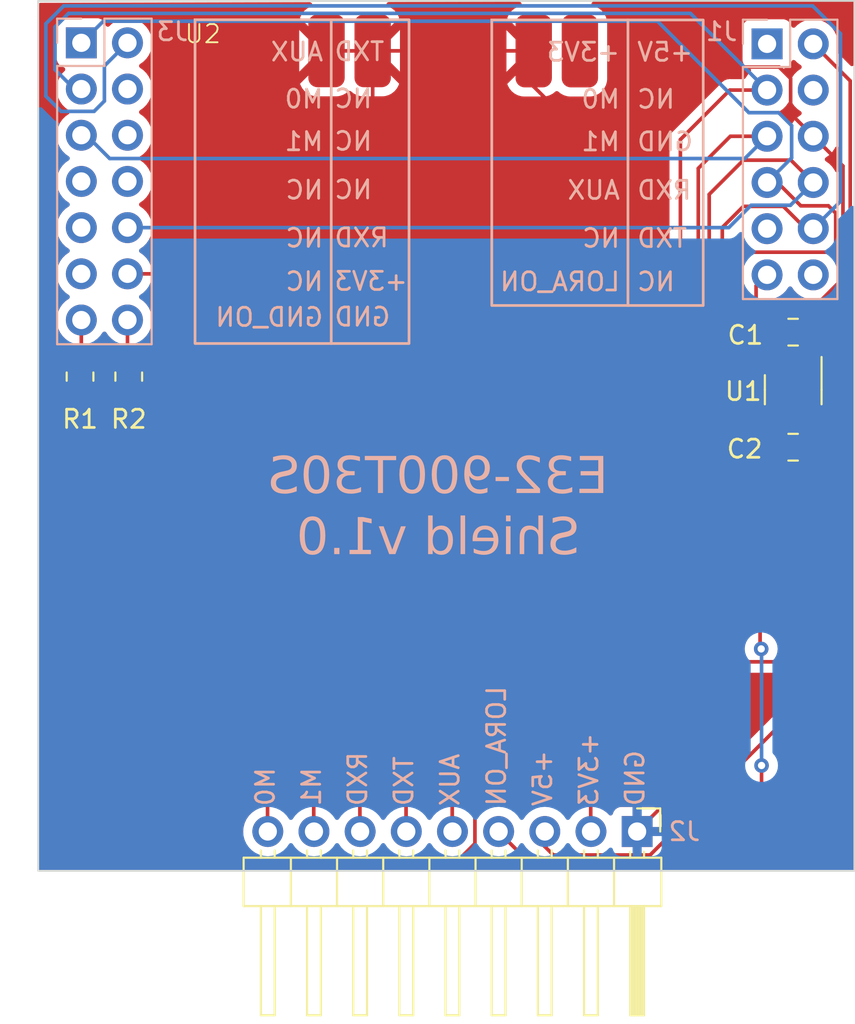
<source format=kicad_pcb>
(kicad_pcb (version 20221018) (generator pcbnew)
  (title_block (title "E32-900T30S Shield"))
  (layers (0 "F.Cu" signal) (31 "B.Cu" signal) (34 "B.Paste" user) (35 "F.Paste" user) (36 "B.SilkS" user "B.Silkscreen") (37 "F.SilkS" user "F.Silkscreen") (38 "B.Mask" user) (39 "F.Mask" user) (44 "Edge.Cuts" user))
  (net 0 "")
  (net 1 "+5V")
  (net 2 "GND")
  (net 3 "VCC")
  (net 5 "M0")
  (net 7 "M1")
  (net 8 "AUX")
  (net 9 "RXD")
  (net 11 "TXD")
  (net 12 "LORA_ON")
  (net 27 "Net-(J3-Pin_13)")
  (net 28 "Net-(J3-Pin_14)")
  (footprint "Package_TO_SOT_SMD:SOT-23-5" (layer "F.Cu") (at 163.0175 92.5418 -90)
    (fp_text reference "U1" (at 0.09 2.75 -180) (layer "F.SilkS"))
    (fp_text value "TPS7A0233DBVR")
    (fp_line (start 0 -1.56) (end -1.8 -1.56) (stroke (width 0.12)) (layer "F.SilkS"))
    (fp_line (start 0 -1.56) (end 0.8 -1.56) (stroke (width 0.12)) (layer "F.SilkS"))
    (fp_line (start 0 1.56) (end -0.8 1.56) (stroke (width 0.12)) (layer "F.SilkS"))
    (fp_line (start 0 1.56) (end 0.8 1.56) (stroke (width 0.12)) (layer "F.SilkS"))
    (pad "1" smd roundrect (at -1.1375 -0.95 270) (size 1.325 0.6) (layers "F.Cu" "F.Paste" "F.Mask") (net 1 "+5V"))
    (pad "2" smd roundrect (at -1.1375 0 270) (size 1.325 0.6) (layers "F.Cu" "F.Paste" "F.Mask") (net 2 "GND"))
    (pad "3" smd roundrect (at -1.1375 0.95 270) (size 1.325 0.6) (layers "F.Cu" "F.Paste" "F.Mask") (net 12 "LORA_ON"))
    (pad "4" smd roundrect (at 1.1375 0.95 270) (size 1.325 0.6) (layers "F.Cu" "F.Paste" "F.Mask"))
    (pad "5" smd roundrect (at 1.1375 -0.95 270) (size 1.325 0.6) (layers "F.Cu" "F.Paste" "F.Mask") (net 3 "VCC"))
  )
  (footprint "Capacitor_SMD:C_0805_2012Metric" (layer "F.Cu") (at 163.012 95.7016 180)
    (fp_text reference "C2" (at 2.6666 -0.0992) (layer "F.SilkS"))
    (fp_text value "1u")
    (fp_line (start -0.261252 -0.735) (end 0.261252 -0.735) (stroke (width 0.12)) (layer "F.SilkS"))
    (fp_line (start -0.261252 0.735) (end 0.261252 0.735) (stroke (width 0.12)) (layer "F.SilkS"))
    (pad "1" smd roundrect (at -0.95 0 180) (size 1 1.45) (layers "F.Cu" "F.Paste" "F.Mask") (net 3 "VCC"))
    (pad "2" smd roundrect (at 0.95 0 180) (size 1 1.45) (layers "F.Cu" "F.Paste" "F.Mask") (net 2 "GND"))
  )
  (footprint "Capacitor_SMD:C_0805_2012Metric" (layer "F.Cu") (at 163.012 89.377 180)
    (fp_text reference "C1" (at 2.6266 -0.1638) (layer "F.SilkS"))
    (fp_text value "1u")
    (fp_line (start -0.261252 -0.735) (end 0.261252 -0.735) (stroke (width 0.12)) (layer "F.SilkS"))
    (fp_line (start -0.261252 0.735) (end 0.261252 0.735) (stroke (width 0.12)) (layer "F.SilkS"))
    (pad "1" smd roundrect (at -0.95 0 180) (size 1 1.45) (layers "F.Cu" "F.Paste" "F.Mask") (net 1 "+5V"))
    (pad "2" smd roundrect (at 0.95 0 180) (size 1 1.45) (layers "F.Cu" "F.Paste" "F.Mask") (net 2 "GND"))
  )
  (footprint "Resistor_SMD:R_0805_2012Metric" (layer "F.Cu") (at 126.46 91.82 -90)
    (fp_text reference "R2" (at 2.34 0 -180) (layer "F.SilkS"))
    (fp_text value "0R")
    (fp_line (start -0.227064 -0.735) (end 0.227064 -0.735) (stroke (width 0.12)) (layer "F.SilkS"))
    (fp_line (start -0.227064 0.735) (end 0.227064 0.735) (stroke (width 0.12)) (layer "F.SilkS"))
    (pad "1" smd roundrect (at -0.9125 0 270) (size 1.025 1.4) (layers "F.Cu" "F.Paste" "F.Mask") (roundrect_rratio 0.243902) (net 28 "Net-(J3-Pin_14)"))
    (pad "2" smd roundrect (at 0.9125 0 270) (size 1.025 1.4) (layers "F.Cu" "F.Paste" "F.Mask") (roundrect_rratio 0.243902) (net 2 "GND"))
  )
  (footprint "Resistor_SMD:R_0805_2012Metric" (layer "F.Cu") (at 123.78 91.82 -90)
    (fp_text reference "R1" (at 2.34 0 -180) (layer "F.SilkS"))
    (fp_text value "0R")
    (fp_line (start -0.227064 -0.735) (end 0.227064 -0.735) (stroke (width 0.12)) (layer "F.SilkS"))
    (fp_line (start -0.227064 0.735) (end 0.227064 0.735) (stroke (width 0.12)) (layer "F.SilkS"))
    (pad "1" smd roundrect (at -0.9125 0 270) (size 1.025 1.4) (layers "F.Cu" "F.Paste" "F.Mask") (roundrect_rratio 0.243902) (net 27 "Net-(J3-Pin_13)"))
    (pad "2" smd roundrect (at 0.9125 0 270) (size 1.025 1.4) (layers "F.Cu" "F.Paste" "F.Mask") (roundrect_rratio 0.243902) (net 2 "GND"))
  )
  (footprint "Connector_PinHeader_2.54mm:PinHeader_1x09_P2.54mm_Horizontal" (layer "F.Cu") (at 154.43 116.83 -90)
    (fp_text reference "J2" (at 0 -2.6 180) (layer "B.SilkS") (effects (justify mirror)))
    (fp_text value "Protoboard")
    (fp_line (start -1.27 -1.27) (end 0 -1.27) (stroke (width 0.12)) (layer "F.SilkS"))
    (fp_line (start -1.27 0) (end -1.27 -1.27) (stroke (width 0.12)) (layer "F.SilkS"))
    (fp_line (start 1.042929 2.16) (end 1.44 2.16) (stroke (width 0.12)) (layer "F.SilkS"))
    (fp_line (start 1.042929 2.92) (end 1.44 2.92) (stroke (width 0.12)) (layer "F.SilkS"))
    (fp_line (start 1.042929 4.7) (end 1.44 4.7) (stroke (width 0.12)) (layer "F.SilkS"))
    (fp_line (start 1.042929 5.46) (end 1.44 5.46) (stroke (width 0.12)) (layer "F.SilkS"))
    (fp_line (start 1.042929 7.24) (end 1.44 7.24) (stroke (width 0.12)) (layer "F.SilkS"))
    (fp_line (start 1.042929 8) (end 1.44 8) (stroke (width 0.12)) (layer "F.SilkS"))
    (fp_line (start 1.042929 9.78) (end 1.44 9.78) (stroke (width 0.12)) (layer "F.SilkS"))
    (fp_line (start 1.042929 10.54) (end 1.44 10.54) (stroke (width 0.12)) (layer "F.SilkS"))
    (fp_line (start 1.042929 12.32) (end 1.44 12.32) (stroke (width 0.12)) (layer "F.SilkS"))
    (fp_line (start 1.042929 13.08) (end 1.44 13.08) (stroke (width 0.12)) (layer "F.SilkS"))
    (fp_line (start 1.042929 14.86) (end 1.44 14.86) (stroke (width 0.12)) (layer "F.SilkS"))
    (fp_line (start 1.042929 15.62) (end 1.44 15.62) (stroke (width 0.12)) (layer "F.SilkS"))
    (fp_line (start 1.042929 17.4) (end 1.44 17.4) (stroke (width 0.12)) (layer "F.SilkS"))
    (fp_line (start 1.042929 18.16) (end 1.44 18.16) (stroke (width 0.12)) (layer "F.SilkS"))
    (fp_line (start 1.042929 19.94) (end 1.44 19.94) (stroke (width 0.12)) (layer "F.SilkS"))
    (fp_line (start 1.042929 20.7) (end 1.44 20.7) (stroke (width 0.12)) (layer "F.SilkS"))
    (fp_line (start 1.11 -0.38) (end 1.44 -0.38) (stroke (width 0.12)) (layer "F.SilkS"))
    (fp_line (start 1.11 0.38) (end 1.44 0.38) (stroke (width 0.12)) (layer "F.SilkS"))
    (fp_line (start 1.44 -1.33) (end 1.44 21.65) (stroke (width 0.12)) (layer "F.SilkS"))
    (fp_line (start 1.44 1.27) (end 4.1 1.27) (stroke (width 0.12)) (layer "F.SilkS"))
    (fp_line (start 1.44 3.81) (end 4.1 3.81) (stroke (width 0.12)) (layer "F.SilkS"))
    (fp_line (start 1.44 6.35) (end 4.1 6.35) (stroke (width 0.12)) (layer "F.SilkS"))
    (fp_line (start 1.44 8.89) (end 4.1 8.89) (stroke (width 0.12)) (layer "F.SilkS"))
    (fp_line (start 1.44 11.43) (end 4.1 11.43) (stroke (width 0.12)) (layer "F.SilkS"))
    (fp_line (start 1.44 13.97) (end 4.1 13.97) (stroke (width 0.12)) (layer "F.SilkS"))
    (fp_line (start 1.44 16.51) (end 4.1 16.51) (stroke (width 0.12)) (layer "F.SilkS"))
    (fp_line (start 1.44 19.05) (end 4.1 19.05) (stroke (width 0.12)) (layer "F.SilkS"))
    (fp_line (start 1.44 21.65) (end 4.1 21.65) (stroke (width 0.12)) (layer "F.SilkS"))
    (fp_line (start 4.1 -1.33) (end 1.44 -1.33) (stroke (width 0.12)) (layer "F.SilkS"))
    (fp_line (start 4.1 -0.38) (end 10.1 -0.38) (stroke (width 0.12)) (layer "F.SilkS"))
    (fp_line (start 4.1 -0.32) (end 10.1 -0.32) (stroke (width 0.12)) (layer "F.SilkS"))
    (fp_line (start 4.1 -0.2) (end 10.1 -0.2) (stroke (width 0.12)) (layer "F.SilkS"))
    (fp_line (start 4.1 -0.08) (end 10.1 -0.08) (stroke (width 0.12)) (layer "F.SilkS"))
    (fp_line (start 4.1 0.04) (end 10.1 0.04) (stroke (width 0.12)) (layer "F.SilkS"))
    (fp_line (start 4.1 0.16) (end 10.1 0.16) (stroke (width 0.12)) (layer "F.SilkS"))
    (fp_line (start 4.1 0.28) (end 10.1 0.28) (stroke (width 0.12)) (layer "F.SilkS"))
    (fp_line (start 4.1 2.16) (end 10.1 2.16) (stroke (width 0.12)) (layer "F.SilkS"))
    (fp_line (start 4.1 4.7) (end 10.1 4.7) (stroke (width 0.12)) (layer "F.SilkS"))
    (fp_line (start 4.1 7.24) (end 10.1 7.24) (stroke (width 0.12)) (layer "F.SilkS"))
    (fp_line (start 4.1 9.78) (end 10.1 9.78) (stroke (width 0.12)) (layer "F.SilkS"))
    (fp_line (start 4.1 12.32) (end 10.1 12.32) (stroke (width 0.12)) (layer "F.SilkS"))
    (fp_line (start 4.1 14.86) (end 10.1 14.86) (stroke (width 0.12)) (layer "F.SilkS"))
    (fp_line (start 4.1 17.4) (end 10.1 17.4) (stroke (width 0.12)) (layer "F.SilkS"))
    (fp_line (start 4.1 19.94) (end 10.1 19.94) (stroke (width 0.12)) (layer "F.SilkS"))
    (fp_line (start 4.1 21.65) (end 4.1 -1.33) (stroke (width 0.12)) (layer "F.SilkS"))
    (fp_line (start 10.1 -0.38) (end 10.1 0.38) (stroke (width 0.12)) (layer "F.SilkS"))
    (fp_line (start 10.1 0.38) (end 4.1 0.38) (stroke (width 0.12)) (layer "F.SilkS"))
    (fp_line (start 10.1 2.16) (end 10.1 2.92) (stroke (width 0.12)) (layer "F.SilkS"))
    (fp_line (start 10.1 2.92) (end 4.1 2.92) (stroke (width 0.12)) (layer "F.SilkS"))
    (fp_line (start 10.1 4.7) (end 10.1 5.46) (stroke (width 0.12)) (layer "F.SilkS"))
    (fp_line (start 10.1 5.46) (end 4.1 5.46) (stroke (width 0.12)) (layer "F.SilkS"))
    (fp_line (start 10.1 7.24) (end 10.1 8) (stroke (width 0.12)) (layer "F.SilkS"))
    (fp_line (start 10.1 8) (end 4.1 8) (stroke (width 0.12)) (layer "F.SilkS"))
    (fp_line (start 10.1 9.78) (end 10.1 10.54) (stroke (width 0.12)) (layer "F.SilkS"))
    (fp_line (start 10.1 10.54) (end 4.1 10.54) (stroke (width 0.12)) (layer "F.SilkS"))
    (fp_line (start 10.1 12.32) (end 10.1 13.08) (stroke (width 0.12)) (layer "F.SilkS"))
    (fp_line (start 10.1 13.08) (end 4.1 13.08) (stroke (width 0.12)) (layer "F.SilkS"))
    (fp_line (start 10.1 14.86) (end 10.1 15.62) (stroke (width 0.12)) (layer "F.SilkS"))
    (fp_line (start 10.1 15.62) (end 4.1 15.62) (stroke (width 0.12)) (layer "F.SilkS"))
    (fp_line (start 10.1 17.4) (end 10.1 18.16) (stroke (width 0.12)) (layer "F.SilkS"))
    (fp_line (start 10.1 18.16) (end 4.1 18.16) (stroke (width 0.12)) (layer "F.SilkS"))
    (fp_line (start 10.1 19.94) (end 10.1 20.7) (stroke (width 0.12)) (layer "F.SilkS"))
    (fp_line (start 10.1 20.7) (end 4.1 20.7) (stroke (width 0.12)) (layer "F.SilkS"))
    (pad "1" thru_hole rect (at 0 0 270) (size 1.7 1.7) (drill 1) (layers "*.Cu" "*.Mask") (net 2 "GND"))
    (pad "2" thru_hole oval (at 0 2.54 270) (size 1.7 1.7) (drill 1) (layers "*.Cu" "*.Mask") (net 3 "VCC"))
    (pad "3" thru_hole oval (at 0 5.08 270) (size 1.7 1.7) (drill 1) (layers "*.Cu" "*.Mask") (net 1 "+5V"))
    (pad "4" thru_hole oval (at 0 7.62 270) (size 1.7 1.7) (drill 1) (layers "*.Cu" "*.Mask") (net 12 "LORA_ON"))
    (pad "5" thru_hole oval (at 0 10.16 270) (size 1.7 1.7) (drill 1) (layers "*.Cu" "*.Mask") (net 8 "AUX"))
    (pad "6" thru_hole oval (at 0 12.7 270) (size 1.7 1.7) (drill 1) (layers "*.Cu" "*.Mask") (net 11 "TXD"))
    (pad "7" thru_hole oval (at 0 15.24 270) (size 1.7 1.7) (drill 1) (layers "*.Cu" "*.Mask") (net 9 "RXD"))
    (pad "8" thru_hole oval (at 0 17.78 270) (size 1.7 1.7) (drill 1) (layers "*.Cu" "*.Mask") (net 7 "M1"))
    (pad "9" thru_hole oval (at 0 20.32 270) (size 1.7 1.7) (drill 1) (layers "*.Cu" "*.Mask") (net 5 "M0"))
  )
  (footprint "IoT_Modules:E32-900T30S" (layer "F.Cu") (at 156.8104 114.4208 180)
    (fp_text reference "U2" (at 26.275 41.44 unlocked) (layer "F.SilkS") (effects (font (thickness 0.1))))
    (fp_text value "~")
    (pad "1" smd roundrect (at 0 19.62 180) (size 4 2) (layers "F.Cu" "F.Paste" "F.Mask") (net 5 "M0"))
    (pad "2" smd roundrect (at 0 17.08 180) (size 4 2) (layers "F.Cu" "F.Paste" "F.Mask") (net 7 "M1"))
    (pad "3" smd roundrect (at 0 14.54 180) (size 4 2) (layers "F.Cu" "F.Paste" "F.Mask") (net 9 "RXD"))
    (pad "4" smd roundrect (at 0 12 180) (size 4 2) (layers "F.Cu" "F.Paste" "F.Mask") (net 11 "TXD"))
    (pad "5" smd roundrect (at 0 9.46 180) (size 4 2) (layers "F.Cu" "F.Paste" "F.Mask") (net 8 "AUX"))
    (pad "6" smd roundrect (at 0 6.92 180) (size 4 2) (layers "F.Cu" "F.Paste" "F.Mask") (net 3 "VCC"))
    (pad "7" smd roundrect (at 0 4.38 180) (size 4 2) (layers "F.Cu" "F.Paste" "F.Mask") (net 2 "GND"))
    (pad "8" smd roundrect (at 25.01 4.38 180) (size 4 2) (layers "F.Cu" "F.Paste" "F.Mask"))
    (pad "9" smd roundrect (at 25.01 6.92 180) (size 4 2) (layers "F.Cu" "F.Paste" "F.Mask") (net 2 "GND"))
    (pad "10" smd roundrect (at 25.01 9.46 180) (size 4 2) (layers "F.Cu" "F.Paste" "F.Mask"))
    (pad "11" smd roundrect (at 25.01 12 180) (size 4 2) (layers "F.Cu" "F.Paste" "F.Mask") (net 3 "VCC"))
    (pad "12" smd roundrect (at 25.01 14.54 180) (size 4 2) (layers "F.Cu" "F.Paste" "F.Mask"))
    (pad "13" smd roundrect (at 25.01 17.08 180) (size 4 2) (layers "F.Cu" "F.Paste" "F.Mask"))
    (pad "14" smd roundrect (at 25.01 19.62 180) (size 4 2) (layers "F.Cu" "F.Paste" "F.Mask"))
    (pad "15" smd roundrect (at 19.47 40.51 270) (size 4 2) (layers "F.Cu" "F.Paste" "F.Mask") (net 2 "GND"))
    (pad "16" smd roundrect (at 16.93 40.51 270) (size 4 2) (layers "F.Cu" "F.Paste" "F.Mask") (net 2 "GND"))
    (pad "17" smd roundrect (at 8.07 40.5 270) (size 4 2) (layers "F.Cu" "F.Paste" "F.Mask") (net 2 "GND"))
    (pad "18" smd roundrect (at 5.53 40.5 270) (size 4 2) (layers "F.Cu" "F.Paste" "F.Mask"))
  )
  (footprint "Connector_PinSocket_2.54mm:PinSocket_2x07_P2.54mm_Vertical" (layer "B.Cu") (at 123.85 73.47 180)
    (fp_text reference "J3" (at -5.01 0.62) (layer "B.SilkS") (effects (justify mirror)))
    (fp_text value "GENERIC_CONN")
    (fp_line (start -3.87 -16.57) (end 1.33 -16.57) (stroke (width 0.12)) (layer "B.SilkS"))
    (fp_line (start -3.87 1.33) (end -3.87 -16.57) (stroke (width 0.12)) (layer "B.SilkS"))
    (fp_line (start -3.87 1.33) (end -1.27 1.33) (stroke (width 0.12)) (layer "B.SilkS"))
    (fp_line (start -1.27 -1.27) (end 1.33 -1.27) (stroke (width 0.12)) (layer "B.SilkS"))
    (fp_line (start -1.27 1.33) (end -1.27 -1.27) (stroke (width 0.12)) (layer "B.SilkS"))
    (fp_line (start 0 1.33) (end 1.33 1.33) (stroke (width 0.12)) (layer "B.SilkS"))
    (fp_line (start 1.33 -1.27) (end 1.33 -16.57) (stroke (width 0.12)) (layer "B.SilkS"))
    (fp_line (start 1.33 1.33) (end 1.33 0) (stroke (width 0.12)) (layer "B.SilkS"))
    (pad "1" thru_hole rect (at 0 0 180) (size 1.7 1.7) (drill 1) (layers "*.Cu" "*.Mask") (net 8 "AUX"))
    (pad "2" thru_hole oval (at -2.54 0 180) (size 1.7 1.7) (drill 1) (layers "*.Cu" "*.Mask") (net 11 "TXD"))
    (pad "3" thru_hole oval (at 0 -2.54 180) (size 1.7 1.7) (drill 1) (layers "*.Cu" "*.Mask") (net 5 "M0"))
    (pad "4" thru_hole oval (at -2.54 -2.54 180) (size 1.7 1.7) (drill 1) (layers "*.Cu" "*.Mask"))
    (pad "5" thru_hole oval (at 0 -5.08 180) (size 1.7 1.7) (drill 1) (layers "*.Cu" "*.Mask") (net 7 "M1"))
    (pad "6" thru_hole oval (at -2.54 -5.08 180) (size 1.7 1.7) (drill 1) (layers "*.Cu" "*.Mask"))
    (pad "7" thru_hole oval (at 0 -7.62 180) (size 1.7 1.7) (drill 1) (layers "*.Cu" "*.Mask"))
    (pad "8" thru_hole oval (at -2.54 -7.62 180) (size 1.7 1.7) (drill 1) (layers "*.Cu" "*.Mask"))
    (pad "9" thru_hole oval (at 0 -10.16 180) (size 1.7 1.7) (drill 1) (layers "*.Cu" "*.Mask"))
    (pad "10" thru_hole oval (at -2.54 -10.16 180) (size 1.7 1.7) (drill 1) (layers "*.Cu" "*.Mask") (net 9 "RXD"))
    (pad "11" thru_hole oval (at 0 -12.7 180) (size 1.7 1.7) (drill 1) (layers "*.Cu" "*.Mask"))
    (pad "12" thru_hole oval (at -2.54 -12.7 180) (size 1.7 1.7) (drill 1) (layers "*.Cu" "*.Mask") (net 3 "VCC"))
    (pad "13" thru_hole oval (at 0 -15.24 180) (size 1.7 1.7) (drill 1) (layers "*.Cu" "*.Mask") (net 27 "Net-(J3-Pin_13)"))
    (pad "14" thru_hole oval (at -2.54 -15.24 180) (size 1.7 1.7) (drill 1) (layers "*.Cu" "*.Mask") (net 28 "Net-(J3-Pin_14)"))
  )
  (footprint "Connector_PinSocket_2.54mm:PinSocket_2x06_P2.54mm_Vertical" (layer "B.Cu") (at 161.5794 73.5274 180)
    (fp_text reference "J1" (at 2.504 0.6774) (layer "B.SilkS") (effects (justify mirror)))
    (fp_text value "RPi")
    (fp_line (start -3.87 -14.03) (end 1.33 -14.03) (stroke (width 0.12)) (layer "B.SilkS"))
    (fp_line (start -3.87 1.33) (end -3.87 -14.03) (stroke (width 0.12)) (layer "B.SilkS"))
    (fp_line (start -3.87 1.33) (end -1.27 1.33) (stroke (width 0.12)) (layer "B.SilkS"))
    (fp_line (start -1.27 -1.27) (end 1.33 -1.27) (stroke (width 0.12)) (layer "B.SilkS"))
    (fp_line (start -1.27 1.33) (end -1.27 -1.27) (stroke (width 0.12)) (layer "B.SilkS"))
    (fp_line (start 0 1.33) (end 1.33 1.33) (stroke (width 0.12)) (layer "B.SilkS"))
    (fp_line (start 1.33 -1.27) (end 1.33 -14.03) (stroke (width 0.12)) (layer "B.SilkS"))
    (fp_line (start 1.33 1.33) (end 1.33 0) (stroke (width 0.12)) (layer "B.SilkS"))
    (pad "1" thru_hole rect (at 0 0 180) (size 1.7 1.7) (drill 1) (layers "*.Cu" "*.Mask"))
    (pad "2" thru_hole oval (at -2.54 0 180) (size 1.7 1.7) (drill 1) (layers "*.Cu" "*.Mask") (net 1 "+5V"))
    (pad "3" thru_hole oval (at 0 -2.54 180) (size 1.7 1.7) (drill 1) (layers "*.Cu" "*.Mask") (net 5 "M0"))
    (pad "4" thru_hole oval (at -2.54 -2.54 180) (size 1.7 1.7) (drill 1) (layers "*.Cu" "*.Mask"))
    (pad "5" thru_hole oval (at 0 -5.08 180) (size 1.7 1.7) (drill 1) (layers "*.Cu" "*.Mask") (net 7 "M1"))
    (pad "6" thru_hole oval (at -2.54 -5.08 180) (size 1.7 1.7) (drill 1) (layers "*.Cu" "*.Mask") (net 2 "GND"))
    (pad "7" thru_hole oval (at 0 -7.62 180) (size 1.7 1.7) (drill 1) (layers "*.Cu" "*.Mask") (net 8 "AUX"))
    (pad "8" thru_hole oval (at -2.54 -7.62 180) (size 1.7 1.7) (drill 1) (layers "*.Cu" "*.Mask") (net 9 "RXD"))
    (pad "9" thru_hole oval (at 0 -10.16 180) (size 1.7 1.7) (drill 1) (layers "*.Cu" "*.Mask"))
    (pad "10" thru_hole oval (at -2.54 -10.16 180) (size 1.7 1.7) (drill 1) (layers "*.Cu" "*.Mask") (net 11 "TXD"))
    (pad "11" thru_hole oval (at 0 -12.7 180) (size 1.7 1.7) (drill 1) (layers "*.Cu" "*.Mask") (net 12 "LORA_ON"))
    (pad "12" thru_hole oval (at -2.54 -12.7 180) (size 1.7 1.7) (drill 1) (layers "*.Cu" "*.Mask"))
  )
  (gr_line (start 153.9252 72.2136) (end 153.9252 87.9108) (stroke (width 0.15)) (layer "B.SilkS"))
  (gr_line (start 137.5998 72.2028) (end 137.6 90) (stroke (width 0.15)) (layer "B.SilkS"))
  (gr_rect (start 130.1068 72.2028) (end 141.88 90) (stroke (width 0.15)) (fill none) (layer "B.SilkS"))
  (gr_rect (start 146.4322 72.2136) (end 158.0654 87.9108) (stroke (width 0.15)) (fill none) (layer "B.SilkS"))
  (gr_rect (start 121.48 71.1652) (end 166.38 118.99) (stroke (width 0.1)) (fill none) (layer "Edge.Cuts"))
  (gr_text "NC" (at 153.5696 84.7993) (layer "B.SilkS") (effects (font (size 1 1)) (justify left bottom mirror)))
  (gr_text "NC" (at 137.2442 84.7885) (layer "B.SilkS") (effects (font (size 1 1)) (justify left bottom mirror)))
  (gr_text "M1" (at 153.5696 79.4907) (layer "B.SilkS") (effects (font (size 1 1)) (justify left bottom mirror)))
  (gr_text "RXD" (at 139.63785 112.368419 90) (layer "B.SilkS") (effects (font (size 1 1)) (justify left bottom mirror)))
  (gr_text "AUX" (at 137.2442 74.5523) (layer "B.SilkS") (effects (font (size 1 1)) (justify left bottom mirror)))
  (gr_text "NC" (at 139.937619 77.127) (layer "B.SilkS") (effects (font (size 1 1)) (justify left bottom mirror)))
  (gr_text "LORA_ON" (at 147.2754 108.749371 90) (layer "B.SilkS") (effects (font (size 1 1)) (justify left bottom mirror)))
  (gr_text "M1" (at 137.2442 79.4799) (layer "B.SilkS") (effects (font (size 1 1)) (justify left bottom mirror)))
  (gr_text "M0" (at 137.2442 77.1431) (layer "B.SilkS") (effects (font (size 1 1)) (justify left bottom mirror)))
  (gr_text "GND" (at 140.937619 89.1239) (layer "B.SilkS") (effects (font (size 1 1)) (justify left bottom mirror)))
  (gr_text "M0" (at 153.5696 77.1539) (layer "B.SilkS") (effects (font (size 1 1)) (justify left bottom mirror)))
  (gr_text "+3V3" (at 141.89 87.16) (layer "B.SilkS") (effects (font (size 1 1)) (justify left bottom mirror)))
  (gr_text "NC" (at 139.937619 79.4638) (layer "B.SilkS") (effects (font (size 1 1)) (justify left bottom mirror)))
  (gr_text "NC" (at 156.5922 77.1539) (layer "B.SilkS") (effects (font (size 1 1)) (justify left bottom mirror)))
  (gr_text "GND" (at 157.5922 79.4907) (layer "B.SilkS") (effects (font (size 1 1)) (justify left bottom mirror)))
  (gr_text "+3V3" (at 153.5696 74.5631) (layer "B.SilkS") (effects (font (size 1 1)) (justify left bottom mirror)))
  (gr_text "NC" (at 137.2442 82.1469) (layer "B.SilkS") (effects (font (size 1 1)) (justify left bottom mirror)))
  (gr_text "NC" (at 137.2442 87.1761) (layer "B.SilkS") (effects (font (size 1 1)) (justify left bottom mirror)))
  (gr_text "+5V" (at 149.8154 112.273181 90) (layer "B.SilkS") (effects (font (size 1 1)) (justify left bottom mirror)))
  (gr_text "LORA_ON" (at 153.5696 87.1869) (layer "B.SilkS") (effects (font (size 1 1)) (justify left bottom mirror)))
  (gr_text "RXD" (at 140.842381 84.7724) (layer "B.SilkS") (effects (font (size 1 1)) (justify left bottom mirror)))
  (gr_text "NC" (at 139.937619 82.1308) (layer "B.SilkS") (effects (font (size 1 1)) (justify left bottom mirror)))
  (gr_text "TXD" (at 157.258867 84.7993) (layer "B.SilkS") (effects (font (size 1 1)) (justify left bottom mirror)))
  (gr_text "+3V3" (at 152.3554 111.3208 90) (layer "B.SilkS") (effects (font (size 1 1)) (justify left bottom mirror)))
  (gr_text "TXD" (at 140.604286 74.5362) (layer "B.SilkS") (effects (font (size 1 1)) (justify left bottom mirror)))
  (gr_text "AUX" (at 153.5696 82.1577) (layer "B.SilkS") (effects (font (size 1 1)) (justify left bottom mirror)))
  (gr_text "TXD" (at 142.17785 112.606514 90) (layer "B.SilkS") (effects (font (size 1 1)) (justify left bottom mirror)))
  (gr_text "+5V" (at 157.5922 74.5631) (layer "B.SilkS") (effects (font (size 1 1)) (justify left bottom mirror)))
  (gr_text "RXD" (at 157.496962 82.1577) (layer "B.SilkS") (effects (font (size 1 1)) (justify left bottom mirror)))
  (gr_text "GND" (at 154.8954 112.273181 90) (layer "B.SilkS") (effects (font (size 1 1)) (justify left bottom mirror)))
  (gr_text "M1" (at 137.09785 113.225562 90) (layer "B.SilkS") (effects (font (size 1 1)) (justify left bottom mirror)))
  (gr_text "AUX" (at 144.71785 112.463657 90) (layer "B.SilkS") (effects (font (size 1 1)) (justify left bottom mirror)))
  (gr_text "NC" (at 156.5922 87.1869) (layer "B.SilkS") (effects (font (size 1 1)) (justify left bottom mirror)))
  (gr_text "M0" (at 134.55785 113.225562 90) (layer "B.SilkS") (effects (font (size 1 1)) (justify left bottom mirror)))
  (gr_text "GND_ON" (at 137.2442 89.14) (layer "B.SilkS") (effects (font (size 1 1)) (justify left bottom mirror)))
  (gr_text "E32-900T30S\nShield v1.0" (at 143.48 101.92) (layer "B.SilkS") (effects (font (size 2 2)) (justify bottom mirror)))
  (segment (start 165.6654 107.6008) (end 165.6654 92.5608) (width 0.2) (layer "F.Cu") (net 1))
  (segment (start 149.8154 118.1208) (end 155.1454 118.1208) (width 0.2) (layer "F.Cu") (net 1))
  (segment (start 166.1554 87.1836) (end 163.962 89.377) (width 0.2) (layer "F.Cu") (net 1))
  (segment (start 165.6654 92.5608) (end 164.5089 91.4043) (width 0.2) (layer "F.Cu") (net 1))
  (segment (start 149.3366 117.642) (end 149.8154 118.1208) (width 0.2) (layer "F.Cu") (net 1))
  (segment (start 155.1454 118.1208) (end 165.6654 107.6008) (width 0.2) (layer "F.Cu") (net 1))
  (segment (start 163.9675 91.4043) (end 163.9675 89.3825) (width 0.2) (layer "F.Cu") (net 1))
  (segment (start 164.1194 73.5274) (end 166.1554 75.5634) (width 0.2) (layer "F.Cu") (net 1))
  (segment (start 166.1554 75.5634) (end 166.1554 87.1836) (width 0.2) (layer "F.Cu") (net 1))
  (segment (start 149.3366 116.8344) (end 149.3366 117.642) (width 0.2) (layer "F.Cu") (net 1))
  (segment (start 163.9675 89.3825) (end 163.962 89.377) (width 0.2) (layer "F.Cu") (net 1))
  (segment (start 164.5089 91.4043) (end 163.9675 91.4043) (width 0.2) (layer "F.Cu") (net 1))
  (segment (start 148.7404 75.8758) (end 148.7404 73.9208) (width 0.2) (layer "F.Cu") (net 2))
  (segment (start 161.4954 110.0408) (end 164.762 106.7742) (width 0.2) (layer "F.Cu") (net 2))
  (segment (start 162.6554 87.9708) (end 162.062 88.5642) (width 0.2) (layer "F.Cu") (net 2))
  (segment (start 153.5454 77.1108) (end 149.9754 77.1108) (width 0.2) (layer "F.Cu") (net 2))
  (segment (start 164.762 92.9174) (end 164.4154 92.5708) (width 0.2) (layer "F.Cu") (net 2))
  (segment (start 162.8754 77.3634) (end 162.8754 75.4308) (width 0.2) (layer "F.Cu") (net 2))
  (segment (start 154.4166 116.8344) (end 156.8104 114.4406) (width 0.2) (layer "F.Cu") (net 2))
  (segment (start 156.8104 110.0408) (end 161.4954 110.0408) (width 0.2) (layer "F.Cu") (net 2))
  (segment (start 155.8554 74.8008) (end 153.5454 77.1108) (width 0.2) (layer "F.Cu") (net 2))
  (segment (start 165.7554 86.4208) (end 164.2054 87.9708) (width 0.2) (layer "F.Cu") (net 2))
  (segment (start 162.062 89.377) (end 163.0175 90.3325) (width 0.2) (layer "F.Cu") (net 2))
  (segment (start 162.062 88.5642) (end 162.062 89.377) (width 0.2) (layer "F.Cu") (net 2))
  (segment (start 163.0175 92.5708) (end 163.0175 94.7461) (width 0.2) (layer "F.Cu") (net 2))
  (segment (start 165.7554 80.2434) (end 165.7554 86.4208) (width 0.2) (layer "F.Cu") (net 2))
  (segment (start 164.1194 78.6074) (end 162.8754 77.3634) (width 0.2) (layer "F.Cu") (net 2))
  (segment (start 164.762 106.7742) (end 164.762 92.9174) (width 0.2) (layer "F.Cu") (net 2))
  (segment (start 164.1194 78.6074) (end 165.7554 80.2434) (width 0.2) (layer "F.Cu") (net 2))
  (segment (start 164.4154 92.5708) (end 163.0175 92.5708) (width 0.2) (layer "F.Cu") (net 2))
  (segment (start 162.2454 74.8008) (end 155.8554 74.8008) (width 0.2) (layer "F.Cu") (net 2))
  (segment (start 156.8104 114.4406) (end 156.8104 110.0408) (width 0.2) (layer "F.Cu") (net 2))
  (segment (start 163.0175 91.4043) (end 163.0175 92.5708) (width 0.2) (layer "F.Cu") (net 2))
  (segment (start 149.9754 77.1108) (end 148.7404 75.8758) (width 0.2) (layer "F.Cu") (net 2))
  (segment (start 162.8754 75.4308) (end 162.2454 74.8008) (width 0.2) (layer "F.Cu") (net 2))
  (segment (start 137.3404 73.9108) (end 139.8804 73.9108) (width 0.2) (layer "F.Cu") (net 2))
  (segment (start 163.0175 94.7461) (end 162.062 95.7016) (width 0.2) (layer "F.Cu") (net 2))
  (segment (start 139.8804 101.9058) (end 139.8804 73.9108) (width 0.2) (layer "F.Cu") (net 2))
  (segment (start 131.8004 107.5008) (end 134.2854 107.5008) (width 0.2) (layer "F.Cu") (net 2))
  (segment (start 139.8804 73.9108) (end 148.7304 73.9108) (width 0.2) (layer "F.Cu") (net 2))
  (segment (start 134.2854 107.5008) (end 139.8804 101.9058) (width 0.2) (layer "F.Cu") (net 2))
  (segment (start 163.0175 90.3325) (end 163.0175 91.4043) (width 0.2) (layer "F.Cu") (net 2))
  (segment (start 148.7304 73.9108) (end 148.7404 73.9208) (width 0.2) (layer "F.Cu") (net 2))
  (segment (start 164.2054 87.9708) (end 162.6554 87.9708) (width 0.2) (layer "F.Cu") (net 2))
  (segment (start 127.69 86.17) (end 128.66 87.14) (width 0.2) (layer "F.Cu") (net 3))
  (segment (start 126.39 86.17) (end 127.69 86.17) (width 0.2) (layer "F.Cu") (net 3))
  (segment (start 163.9675 95.6961) (end 163.962 95.7016) (width 0.2) (layer "F.Cu") (net 3))
  (segment (start 151.8766 108.9496) (end 145.5054 115.3208) (width 0.2) (layer "F.Cu") (net 3))
  (segment (start 151.8766 109.6496) (end 151.8766 108.9696) (width 0.2) (layer "F.Cu") (net 3))
  (segment (start 163.962 105.6742) (end 163.962 95.7016) (width 0.2) (layer "F.Cu") (net 3))
  (segment (start 163.9675 93.6793) (end 163.9675 95.6961) (width 0.2) (layer "F.Cu") (net 3))
  (segment (start 133.0954 118.4108) (end 128.69 114.0054) (width 0.2) (layer "F.Cu") (net 3))
  (segment (start 151.8766 109.6496) (end 151.8766 108.9496) (width 0.2) (layer "F.Cu") (net 3))
  (segment (start 129.6154 102.4208) (end 131.8004 102.4208) (width 0.2) (layer "F.Cu") (net 3))
  (segment (start 156.8104 107.5008) (end 162.1354 107.5008) (width 0.2) (layer "F.Cu") (net 3))
  (segment (start 128.69 114.0054) (end 128.69 103.3462) (width 0.2) (layer "F.Cu") (net 3))
  (segment (start 153.3454 107.5008) (end 156.8104 107.5008) (width 0.2) (layer "F.Cu") (net 3))
  (segment (start 128.66 87.14) (end 128.66 101.53) (width 0.2) (layer "F.Cu") (net 3))
  (segment (start 145.5054 117.4908) (end 144.5854 118.4108) (width 0.2) (layer "F.Cu") (net 3))
  (segment (start 162.1354 107.5008) (end 163.962 105.6742) (width 0.2) (layer "F.Cu") (net 3))
  (segment (start 151.8766 116.8344) (end 151.8766 109.6496) (width 0.2) (layer "F.Cu") (net 3))
  (segment (start 128.66 101.53) (end 129.5508 102.4208) (width 0.2) (layer "F.Cu") (net 3))
  (segment (start 128.69 103.3462) (end 129.6154 102.4208) (width 0.2) (layer "F.Cu") (net 3))
  (segment (start 151.8766 108.9696) (end 153.3454 107.5008) (width 0.2) (layer "F.Cu") (net 3))
  (segment (start 129.5508 102.4208) (end 129.6154 102.4208) (width 0.2) (layer "F.Cu") (net 3))
  (segment (start 144.5854 118.4108) (end 133.0954 118.4108) (width 0.2) (layer "F.Cu") (net 3))
  (segment (start 145.5054 115.3208) (end 145.5054 117.4908) (width 0.2) (layer "F.Cu") (net 3))
  (segment (start 156.8104 78.7858) (end 156.8104 94.8008) (width 0.2) (layer "F.Cu") (net 5))
  (segment (start 134.0966 116.8344) (end 134.0966 114.1696) (width 0.2) (layer "F.Cu") (net 5))
  (segment (start 153.4654 94.8008) (end 156.8104 94.8008) (width 0.2) (layer "F.Cu") (net 5))
  (segment (start 134.0966 114.1696) (end 153.4654 94.8008) (width 0.2) (layer "F.Cu") (net 5))
  (segment (start 159.5288 76.0674) (end 156.8104 78.7858) (width 0.2) (layer "F.Cu") (net 5))
  (segment (start 161.5794 76.0674) (end 159.5288 76.0674) (width 0.2) (layer "F.Cu") (net 5))
  (segment (start 123.15 71.85) (end 122.4 72.6) (width 0.2) (layer "B.Cu") (net 5))
  (segment (start 161.5794 76.0674) (end 157.362 71.85) (width 0.2) (layer "B.Cu") (net 5))
  (segment (start 157.362 71.85) (end 123.15 71.85) (width 0.2) (layer "B.Cu") (net 5))
  (segment (start 123.47 76.01) (end 123.85 76.01) (width 0.2) (layer "B.Cu") (net 5))
  (segment (start 122.4 72.6) (end 122.4 74.94) (width 0.2) (layer "B.Cu") (net 5))
  (segment (start 122.4 74.94) (end 123.47 76.01) (width 0.2) (layer "B.Cu") (net 5))
  (segment (start 136.6366 114.3696) (end 153.6654 97.3408) (width 0.2) (layer "F.Cu") (net 7))
  (segment (start 153.6654 97.3408) (end 156.8104 97.3408) (width 0.2) (layer "F.Cu") (net 7))
  (segment (start 136.6366 116.8344) (end 136.6366 114.3696) (width 0.2) (layer "F.Cu") (net 7))
  (segment (start 159.3954 97.0308) (end 159.3954 93.9908) (width 0.2) (layer "F.Cu") (net 7))
  (segment (start 157.7954 80.3708) (end 159.5588 78.6074) (width 0.2) (layer "F.Cu") (net 7))
  (segment (start 157.7954 92.3908) (end 157.7954 80.3708) (width 0.2) (layer "F.Cu") (net 7))
  (segment (start 159.5588 78.6074) (end 161.5794 78.6074) (width 0.2) (layer "F.Cu") (net 7))
  (segment (start 159.3954 93.9908) (end 157.7954 92.3908) (width 0.2) (layer "F.Cu") (net 7))
  (segment (start 159.0854 97.3408) (end 159.3954 97.0308) (width 0.2) (layer "F.Cu") (net 7))
  (segment (start 156.8104 97.3408) (end 159.0854 97.3408) (width 0.2) (layer "F.Cu") (net 7))
  (segment (start 124.13 78.55) (end 123.85 78.55) (width 0.2) (layer "B.Cu") (net 7))
  (segment (start 125.41 79.83) (end 124.13 78.55) (width 0.2) (layer "B.Cu") (net 7))
  (segment (start 160.3568 79.83) (end 125.41 79.83) (width 0.2) (layer "B.Cu") (net 7))
  (segment (start 161.5794 78.6074) (end 160.3568 79.83) (width 0.2) (layer "B.Cu") (net 7))
  (segment (start 160.6654 84.9808) (end 164.9154 84.9808) (width 0.2) (layer "F.Cu") (net 8))
  (segment (start 144.2566 116.8344) (end 144.2566 114.0496) (width 0.2) (layer "F.Cu") (net 8))
  (segment (start 165.3554 84.5408) (end 165.3554 82.8308) (width 0.2) (layer "F.Cu") (net 8))
  (segment (start 144.2566 114.0496) (end 153.3454 104.9608) (width 0.2) (layer "F.Cu") (net 8))
  (segment (start 159.4154 104.9608) (end 160.7954 103.5808) (width 0.2) (layer "F.Cu") (net 8))
  (segment (start 164.9154 84.9808) (end 165.3554 84.5408) (width 0.2) (layer "F.Cu") (net 8))
  (segment (start 164.9554 82.4308) (end 163.4354 82.4308) (width 0.2) (layer "F.Cu") (net 8))
  (segment (start 165.3554 82.8308) (end 164.9554 82.4308) (width 0.2) (layer "F.Cu") (net 8))
  (segment (start 162.152 81.1474) (end 161.5794 81.1474) (width 0.2) (layer "F.Cu") (net 8))
  (segment (start 159.9554 85.6908) (end 160.6654 84.9808) (width 0.2) (layer "F.Cu") (net 8))
  (segment (start 156.8104 104.9608) (end 159.4154 104.9608) (width 0.2) (layer "F.Cu") (net 8))
  (segment (start 160.7954 92.3808) (end 159.9554 91.5408) (width 0.2) (layer "F.Cu") (net 8))
  (segment (start 163.4354 82.4308) (end 162.152 81.1474) (width 0.2) (layer "F.Cu") (net 8))
  (segment (start 159.9554 91.5408) (end 159.9554 85.6908) (width 0.2) (layer "F.Cu") (net 8))
  (segment (start 160.7954 103.5808) (end 160.7954 92.3808) (width 0.2) (layer "F.Cu") (net 8))
  (segment (start 153.3454 104.9608) (end 156.8104 104.9608) (width 0.2) (layer "F.Cu") (net 8))
  (segment (start 123.87 73.47) (end 123.85 73.47) (width 0.2) (layer "B.Cu") (net 8))
  (segment (start 160.58 77.31) (end 155.55 72.28) (width 0.2) (layer "B.Cu") (net 8))
  (segment (start 161.5794 81.1474) (end 162.93 79.7968) (width 0.2) (layer "B.Cu") (net 8))
  (segment (start 162.22 77.31) (end 160.58 77.31) (width 0.2) (layer "B.Cu") (net 8))
  (segment (start 155.55 72.28) (end 125.06 72.28) (width 0.2) (layer "B.Cu") (net 8))
  (segment (start 162.93 79.7968) (end 162.93 78.02) (width 0.2) (layer "B.Cu") (net 8))
  (segment (start 125.06 72.28) (end 123.87 73.47) (width 0.2) (layer "B.Cu") (net 8))
  (segment (start 162.93 78.02) (end 162.22 77.31) (width 0.2) (layer "B.Cu") (net 8))
  (segment (start 159.8654 99.1408) (end 159.8654 93.5308) (width 0.2) (layer "F.Cu") (net 9))
  (segment (start 153.4954 99.8808) (end 156.8104 99.8808) (width 0.2) (layer "F.Cu") (net 9))
  (segment (start 158.3954 81.8008) (end 160.2754 79.9208) (width 0.2) (layer "F.Cu") (net 9))
  (segment (start 159.8654 93.5308) (end 158.3954 92.0608) (width 0.2) (layer "F.Cu") (net 9))
  (segment (start 139.1766 116.8344) (end 139.1766 114.1996) (width 0.2) (layer "F.Cu") (net 9))
  (segment (start 162.8928 79.9208) (end 164.1194 81.1474) (width 0.2) (layer "F.Cu") (net 9))
  (segment (start 158.3954 92.0608) (end 158.3954 81.8008) (width 0.2) (layer "F.Cu") (net 9))
  (segment (start 156.8104 99.8808) (end 159.1254 99.8808) (width 0.2) (layer "F.Cu") (net 9))
  (segment (start 159.1254 99.8808) (end 159.8654 99.1408) (width 0.2) (layer "F.Cu") (net 9))
  (segment (start 160.2754 79.9208) (end 162.8928 79.9208) (width 0.2) (layer "F.Cu") (net 9))
  (segment (start 139.1766 114.1996) (end 153.4954 99.8808) (width 0.2) (layer "F.Cu") (net 9))
  (segment (start 160.7 82.4) (end 159.47 83.63) (width 0.2) (layer "B.Cu") (net 9))
  (segment (start 164.1194 81.1474) (end 162.8668 82.4) (width 0.2) (layer "B.Cu") (net 9))
  (segment (start 159.47 83.63) (end 126.39 83.63) (width 0.2) (layer "B.Cu") (net 9))
  (segment (start 162.8668 82.4) (end 160.7 82.4) (width 0.2) (layer "B.Cu") (net 9))
  (segment (start 163.702 83.6874) (end 164.1194 83.6874) (width 0.2) (layer "F.Cu") (net 11))
  (segment (start 156.8104 102.4208) (end 159.2054 102.4208) (width 0.2) (layer "F.Cu") (net 11))
  (segment (start 141.6954 113.9808) (end 153.2554 102.4208) (width 0.2) (layer "F.Cu") (net 11))
  (segment (start 141.7166 114.002) (end 141.6954 113.9808) (width 0.2) (layer "F.Cu") (net 11))
  (segment (start 160.3254 101.3008) (end 160.3254 92.8008) (width 0.2) (layer "F.Cu") (net 11))
  (segment (start 159.1154 83.6208) (end 160.2754 82.4608) (width 0.2) (layer "F.Cu") (net 11))
  (segment (start 159.2054 102.4208) (end 160.3254 101.3008) (width 0.2) (layer "F.Cu") (net 11))
  (segment (start 153.2554 102.4208) (end 156.8104 102.4208) (width 0.2) (layer "F.Cu") (net 11))
  (segment (start 160.3254 92.8008) (end 159.1154 91.5908) (width 0.2) (layer "F.Cu") (net 11))
  (segment (start 159.1154 91.5908) (end 159.1154 83.6208) (width 0.2) (layer "F.Cu") (net 11))
  (segment (start 141.7166 116.8344) (end 141.7166 114.002) (width 0.2) (layer "F.Cu") (net 11))
  (segment (start 160.2754 82.4608) (end 162.4754 82.4608) (width 0.2) (layer "F.Cu") (net 11))
  (segment (start 162.4754 82.4608) (end 163.702 83.6874) (width 0.2) (layer "F.Cu") (net 11))
  (segment (start 124.55 77.24) (end 125.12 76.67) (width 0.2) (layer "B.Cu") (net 11))
  (segment (start 122.88 71.44) (end 121.9 72.42) (width 0.2) (layer "B.Cu") (net 11))
  (segment (start 121.9 72.42) (end 121.9 76.4) (width 0.2) (layer "B.Cu") (net 11))
  (segment (start 164.1194 83.6874) (end 165.62 82.1868) (width 0.2) (layer "B.Cu") (net 11))
  (segment (start 125.12 74.74) (end 126.39 73.47) (width 0.2) (layer "B.Cu") (net 11))
  (segment (start 125.12 76.67) (end 125.12 74.74) (width 0.2) (layer "B.Cu") (net 11))
  (segment (start 121.9 76.4) (end 122.74 77.24) (width 0.2) (layer "B.Cu") (net 11))
  (segment (start 164.09 71.44) (end 122.88 71.44) (width 0.2) (layer "B.Cu") (net 11))
  (segment (start 165.62 72.97) (end 164.09 71.44) (width 0.2) (layer "B.Cu") (net 11))
  (segment (start 122.74 77.24) (end 124.55 77.24) (width 0.2) (layer "B.Cu") (net 11))
  (segment (start 165.62 82.1868) (end 165.62 72.97) (width 0.2) (layer "B.Cu") (net 11))
  (segment (start 161.1954 92.7908) (end 162.0675 91.9187) (width 0.2) (layer "F.Cu") (net 12))
  (segment (start 160.9754 90.6908) (end 161.6889 91.4043) (width 0.2) (layer "F.Cu") (net 12))
  (segment (start 161.2754 113.2008) (end 161.2754 114.5908) (width 0.2) (layer "F.Cu") (net 12))
  (segment (start 160.9754 86.8314) (end 160.9754 90.6908) (width 0.2) (layer "F.Cu") (net 12))
  (segment (start 161.2754 114.5908) (end 157.2754 118.5908) (width 0.2) (layer "F.Cu") (net 12))
  (segment (start 157.2754 118.5908) (end 148.553 118.5908) (width 0.2) (layer "F.Cu") (net 12))
  (segment (start 148.553 118.5908) (end 146.7966 116.8344) (width 0.2) (layer "F.Cu") (net 12))
  (segment (start 161.6889 91.4043) (end 162.0675 91.4043) (width 0.2) (layer "F.Cu") (net 12))
  (segment (start 161.1954 106.7308) (end 161.1954 92.7908) (width 0.2) (layer "F.Cu") (net 12))
  (segment (start 162.0675 91.9187) (end 162.0675 91.4043) (width 0.2) (layer "F.Cu") (net 12))
  (segment (start 161.2554 106.7908) (end 161.1954 106.7308) (width 0.2) (layer "F.Cu") (net 12))
  (segment (start 161.5794 86.2274) (end 160.9754 86.8314) (width 0.2) (layer "F.Cu") (net 12))
  (via (at 161.2554 106.7908) (size 0.8) (drill 0.4) (layers "F.Cu" "B.Cu") (net 12))
  (via (at 161.2754 113.2008) (size 0.8) (drill 0.4) (layers "F.Cu" "B.Cu") (net 12))
  (segment (start 161.2754 106.8108) (end 161.2554 106.7908) (width 0.2) (layer "B.Cu") (net 12))
  (segment (start 161.2754 113.2008) (end 161.2754 106.8108) (width 0.2) (layer "B.Cu") (net 12))
  (segment (start 123.85 90.8375) (end 123.78 90.9075) (width 0.2) (layer "F.Cu") (net 27))
  (segment (start 123.85 88.71) (end 123.85 90.8375) (width 0.2) (layer "F.Cu") (net 27))
  (segment (start 126.39 88.71) (end 126.39 90.8375) (width 0.2) (layer "F.Cu") (net 28))
  (segment (start 126.39 90.8375) (end 126.46 90.9075) (width 0.2) (layer "F.Cu") (net 28))
  (zone (net 2) (net_name "GND") (layers "F&B.Cu") (connect_pads (clearance 0.5)) (min_thickness 0.25) (fill yes (thermal_gap 0.5) (thermal_bridge_width 0.5))
    (polygon (pts (xy 121.44 119.08) (xy 166.4 118.98) (xy 166.37 71.17) (xy 121.4 71.27)))
  )
)
</source>
